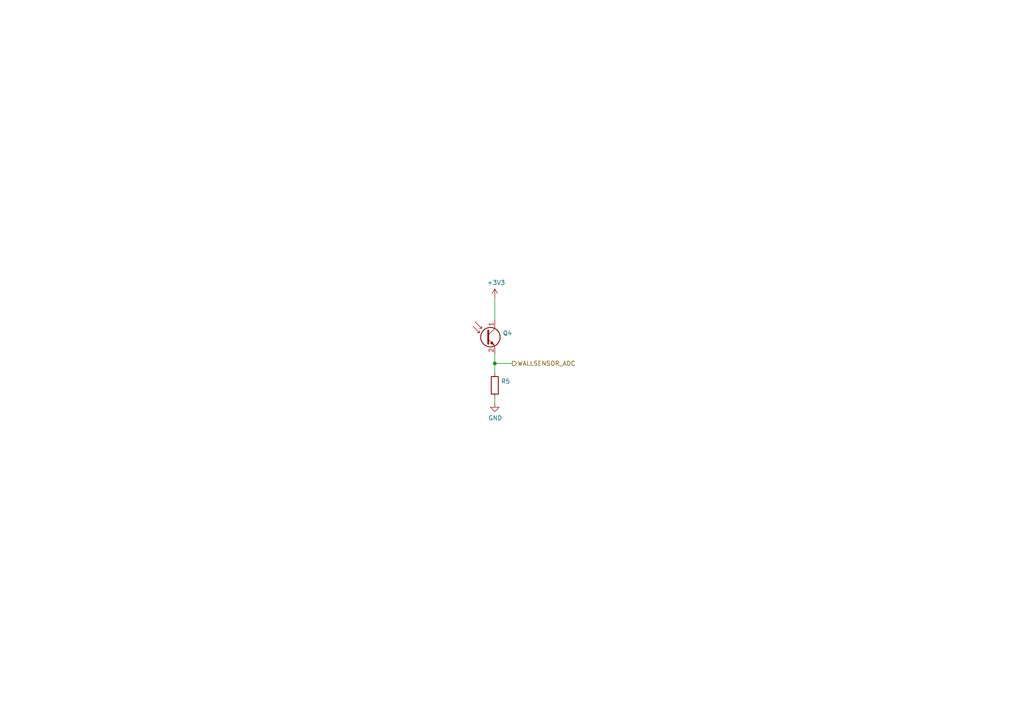
<source format=kicad_sch>
(kicad_sch (version 20211123) (generator eeschema)
  (paper "A4")
  (lib_symbols
    (symbol "Device:Q_Photo_NPN" (pin_names (offset 0) hide)
      (property "Reference" "Q" (at 5.08 1.27 0))
      (property "Value" "Q_Photo_NPN" (at 5.08 -1.27 0))
      (symbol "Q_Photo_NPN_0_1"
        (polyline (pts (xy -1.905 1.27) (xy -2.54 1.27)))
        (polyline (pts (xy -1.27 2.54) (xy -1.905 2.54)))
        (polyline (pts (xy 0.635 0.635) (xy 2.54 2.54)))
        (polyline (pts (xy -3.81 3.175) (xy -1.905 1.27) (xy -1.905 1.905)))
        (polyline (pts (xy -3.175 4.445) (xy -1.27 2.54) (xy -1.27 3.175)))
        (polyline (pts (xy 0.635 -0.635) (xy 2.54 -2.54) (xy 2.54 -2.54)))
        (polyline (pts (xy 0.635 1.905) (xy 0.635 -1.905) (xy 0.635 -1.905)) (stroke (width 0.508)))
        (polyline (pts (xy 1.27 -1.778) (xy 1.778 -1.27) (xy 2.286 -2.286) (xy 1.27 -1.778) (xy 1.27 -1.778)) (fill (type outline)))
        (circle (center 1.27 0) (radius 2.8194) (stroke (width 0.254)))
      )
      (symbol "Q_Photo_NPN_1_1"
        (pin passive line (at 2.54 5.08 270) (length 2.54) (name "C") (number "1"))
        (pin passive line (at 2.54 -5.08 90) (length 2.54) (name "E") (number "2"))
      )
    )
    (symbol "Device:R" (pin_numbers hide) (pin_names (offset 0))
      (property "Reference" "R" (at 2.032 0 90))
      (property "Value" "R" (at 0 0 90))
      (symbol "R_0_1"
        (rectangle (start -1.016 -2.54) (end 1.016 2.54) (stroke (width 0.254)))
      )
      (symbol "R_1_1"
        (pin passive line (at 0 3.81 270) (length 1.27) (name "~") (number "1"))
        (pin passive line (at 0 -3.81 90) (length 1.27) (name "~") (number "2"))
      )
    )
    (symbol "power:+3.3V" (power) (pin_names (offset 0))
      (property "Value" "+3.3V" (at 0 3.556 0))
      (symbol "+3.3V_0_1"
        (polyline (pts (xy -0.762 1.27) (xy 0 2.54)))
        (polyline (pts (xy 0 0) (xy 0 2.54)))
        (polyline (pts (xy 0 2.54) (xy 0.762 1.27)))
      )
      (symbol "+3.3V_1_1"
        (pin power_in line (at 0 0 90) (length 0) hide (name "+3V3") (number "1"))
      )
    )
    (symbol "power:GND" (power) (pin_names (offset 0))
      (property "Value" "GND" (at 0 -3.81 0))
      (symbol "GND_0_1"
        (polyline (pts (xy 0 0) (xy 0 -1.27) (xy 1.27 -1.27) (xy 0 -2.54) (xy -1.27 -1.27) (xy 0 -1.27)))
      )
      (symbol "GND_1_1"
        (pin power_in line (at 0 0 270) (length 0) hide (name "GND") (number "1"))
      )
    )
  )
  (junction (at 143.51 105.41))
  (wire (pts (xy 143.51 116.84) (xy 143.51 115.57)))
  (wire (pts (xy 143.51 107.95) (xy 143.51 105.41)))
  (wire (pts (xy 143.51 105.41) (xy 143.51 102.87)))
  (wire (pts (xy 143.51 92.71) (xy 143.51 86.36)))
  (wire (pts (xy 143.51 105.41) (xy 148.59 105.41)))
  (hierarchical_label "WALLSENSOR_ADC" (shape output) (at 148.59 105.41 0))
  (symbol (lib_id "Device:Q_Photo_NPN") (at 140.97 97.79 0) (unit 1)
    (property "Reference" "Q4" (at 145.796 96.6216 0) (effects (justify left)))
  )
  (symbol (lib_id "power:GND") (at 143.51 116.84 0) (unit 1)
    (property "Reference" "#PWR0130" (effects hide))
  )
  (symbol (lib_id "Device:R") (at 143.51 111.76 0) (unit 1)
    (property "Reference" "R5" (at 145.288 110.5916 0) (effects (justify left)))
  )
  (symbol (lib_id "power:+3.3V") (at 143.51 86.36 0) (unit 1)
    (property "Reference" "#PWR?" (effects hide))
  )
)
</source>
